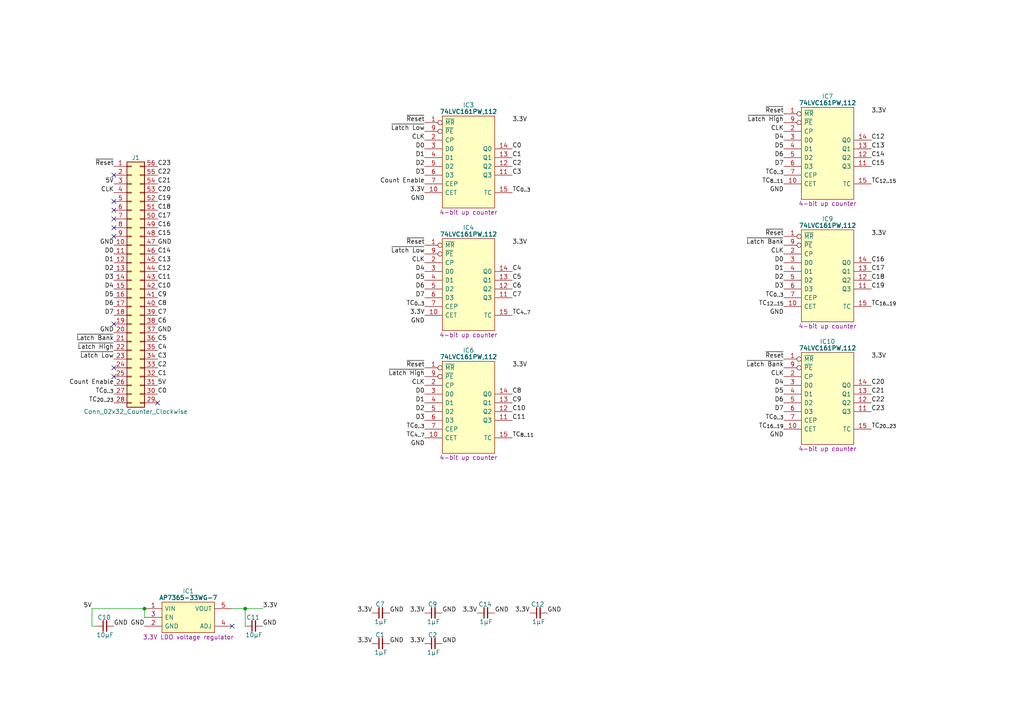
<source format=kicad_sch>
(kicad_sch (version 20230121) (generator eeschema)
  (paper "A4")
  (title_block (title "Video Address Counter") (date "2024-01-25") (rev "V0"))
  (lib_symbols
    (symbol "Connector_Generic:Conn_02x28_Counter_Clockwise" (pin_names (offset 1.016) hide)
      (property "Reference" "J" (at 1.27 35.56 0))
      (property "Value" "Conn_02x28_Counter_Clockwise" (at 1.27 -38.1 0))
      (symbol "Conn_02x28_Counter_Clockwise_1_1"
        (rectangle (start -1.27 -35.433) (end 0 -35.687) (stroke (width 0.1524)))
        (rectangle (start -1.27 -32.893) (end 0 -33.147) (stroke (width 0.1524)))
        (rectangle (start -1.27 -30.353) (end 0 -30.607) (stroke (width 0.1524)))
        (rectangle (start -1.27 -27.813) (end 0 -28.067) (stroke (width 0.1524)))
        (rectangle (start -1.27 -25.273) (end 0 -25.527) (stroke (width 0.1524)))
        (rectangle (start -1.27 -22.733) (end 0 -22.987) (stroke (width 0.1524)))
        (rectangle (start -1.27 -20.193) (end 0 -20.447) (stroke (width 0.1524)))
        (rectangle (start -1.27 -17.653) (end 0 -17.907) (stroke (width 0.1524)))
        (rectangle (start -1.27 -15.113) (end 0 -15.367) (stroke (width 0.1524)))
        (rectangle (start -1.27 -12.573) (end 0 -12.827) (stroke (width 0.1524)))
        (rectangle (start -1.27 -10.033) (end 0 -10.287) (stroke (width 0.1524)))
        (rectangle (start -1.27 -7.493) (end 0 -7.747) (stroke (width 0.1524)))
        (rectangle (start -1.27 -4.953) (end 0 -5.207) (stroke (width 0.1524)))
        (rectangle (start -1.27 -2.413) (end 0 -2.667) (stroke (width 0.1524)))
        (rectangle (start -1.27 0.127) (end 0 -0.127) (stroke (width 0.1524)))
        (rectangle (start -1.27 2.667) (end 0 2.413) (stroke (width 0.1524)))
        (rectangle (start -1.27 5.207) (end 0 4.953) (stroke (width 0.1524)))
        (rectangle (start -1.27 7.747) (end 0 7.493) (stroke (width 0.1524)))
        (rectangle (start -1.27 10.287) (end 0 10.033) (stroke (width 0.1524)))
        (rectangle (start -1.27 12.827) (end 0 12.573) (stroke (width 0.1524)))
        (rectangle (start -1.27 15.367) (end 0 15.113) (stroke (width 0.1524)))
        (rectangle (start -1.27 17.907) (end 0 17.653) (stroke (width 0.1524)))
        (rectangle (start -1.27 20.447) (end 0 20.193) (stroke (width 0.1524)))
        (rectangle (start -1.27 22.987) (end 0 22.733) (stroke (width 0.1524)))
        (rectangle (start -1.27 25.527) (end 0 25.273) (stroke (width 0.1524)))
        (rectangle (start -1.27 28.067) (end 0 27.813) (stroke (width 0.1524)))
        (rectangle (start -1.27 30.607) (end 0 30.353) (stroke (width 0.1524)))
        (rectangle (start -1.27 33.147) (end 0 32.893) (stroke (width 0.1524)))
        (rectangle (start -1.27 34.29) (end 3.81 -36.83) (stroke (width 0.254)) (fill (type background)))
        (rectangle (start 3.81 -35.433) (end 2.54 -35.687) (stroke (width 0.1524)))
        (rectangle (start 3.81 -32.893) (end 2.54 -33.147) (stroke (width 0.1524)))
        (rectangle (start 3.81 -30.353) (end 2.54 -30.607) (stroke (width 0.1524)))
        (rectangle (start 3.81 -27.813) (end 2.54 -28.067) (stroke (width 0.1524)))
        (rectangle (start 3.81 -25.273) (end 2.54 -25.527) (stroke (width 0.1524)))
        (rectangle (start 3.81 -22.733) (end 2.54 -22.987) (stroke (width 0.1524)))
        (rectangle (start 3.81 -20.193) (end 2.54 -20.447) (stroke (width 0.1524)))
        (rectangle (start 3.81 -17.653) (end 2.54 -17.907) (stroke (width 0.1524)))
        (rectangle (start 3.81 -15.113) (end 2.54 -15.367) (stroke (width 0.1524)))
        (rectangle (start 3.81 -12.573) (end 2.54 -12.827) (stroke (width 0.1524)))
        (rectangle (start 3.81 -10.033) (end 2.54 -10.287) (stroke (width 0.1524)))
        (rectangle (start 3.81 -7.493) (end 2.54 -7.747) (stroke (width 0.1524)))
        (rectangle (start 3.81 -4.953) (end 2.54 -5.207) (stroke (width 0.1524)))
        (rectangle (start 3.81 -2.413) (end 2.54 -2.667) (stroke (width 0.1524)))
        (rectangle (start 3.81 0.127) (end 2.54 -0.127) (stroke (width 0.1524)))
        (rectangle (start 3.81 2.667) (end 2.54 2.413) (stroke (width 0.1524)))
        (rectangle (start 3.81 5.207) (end 2.54 4.953) (stroke (width 0.1524)))
        (rectangle (start 3.81 7.747) (end 2.54 7.493) (stroke (width 0.1524)))
        (rectangle (start 3.81 10.287) (end 2.54 10.033) (stroke (width 0.1524)))
        (rectangle (start 3.81 12.827) (end 2.54 12.573) (stroke (width 0.1524)))
        (rectangle (start 3.81 15.367) (end 2.54 15.113) (stroke (width 0.1524)))
        (rectangle (start 3.81 17.907) (end 2.54 17.653) (stroke (width 0.1524)))
        (rectangle (start 3.81 20.447) (end 2.54 20.193) (stroke (width 0.1524)))
        (rectangle (start 3.81 22.987) (end 2.54 22.733) (stroke (width 0.1524)))
        (rectangle (start 3.81 25.527) (end 2.54 25.273) (stroke (width 0.1524)))
        (rectangle (start 3.81 28.067) (end 2.54 27.813) (stroke (width 0.1524)))
        (rectangle (start 3.81 30.607) (end 2.54 30.353) (stroke (width 0.1524)))
        (rectangle (start 3.81 33.147) (end 2.54 32.893) (stroke (width 0.1524)))
        (pin passive line (at -5.08 33.02 0) (length 3.81) (name "Pin_1") (number "1"))
        (pin passive line (at -5.08 10.16 0) (length 3.81) (name "Pin_10") (number "10"))
        (pin passive line (at -5.08 7.62 0) (length 3.81) (name "Pin_11") (number "11"))
        (pin passive line (at -5.08 5.08 0) (length 3.81) (name "Pin_12") (number "12"))
        (pin passive line (at -5.08 2.54 0) (length 3.81) (name "Pin_13") (number "13"))
        (pin passive line (at -5.08 0 0) (length 3.81) (name "Pin_14") (number "14"))
        (pin passive line (at -5.08 -2.54 0) (length 3.81) (name "Pin_15") (number "15"))
        (pin passive line (at -5.08 -5.08 0) (length 3.81) (name "Pin_16") (number "16"))
        (pin passive line (at -5.08 -7.62 0) (length 3.81) (name "Pin_17") (number "17"))
        (pin passive line (at -5.08 -10.16 0) (length 3.81) (name "Pin_18") (number "18"))
        (pin passive line (at -5.08 -12.7 0) (length 3.81) (name "Pin_19") (number "19"))
        (pin passive line (at -5.08 30.48 0) (length 3.81) (name "Pin_2") (number "2"))
        (pin passive line (at -5.08 -15.24 0) (length 3.81) (name "Pin_20") (number "20"))
        (pin passive line (at -5.08 -17.78 0) (length 3.81) (name "Pin_21") (number "21"))
        (pin passive line (at -5.08 -20.32 0) (length 3.81) (name "Pin_22") (number "22"))
        (pin passive line (at -5.08 -22.86 0) (length 3.81) (name "Pin_23") (number "23"))
        (pin passive line (at -5.08 -25.4 0) (length 3.81) (name "Pin_24") (number "24"))
        (pin passive line (at -5.08 -27.94 0) (length 3.81) (name "Pin_25") (number "25"))
        (pin passive line (at -5.08 -30.48 0) (length 3.81) (name "Pin_26") (number "26"))
        (pin passive line (at -5.08 -33.02 0) (length 3.81) (name "Pin_27") (number "27"))
        (pin passive line (at -5.08 -35.56 0) (length 3.81) (name "Pin_28") (number "28"))
        (pin passive line (at 7.62 -35.56 180) (length 3.81) (name "Pin_29") (number "29"))
        (pin passive line (at -5.08 27.94 0) (length 3.81) (name "Pin_3") (number "3"))
        (pin passive line (at 7.62 -33.02 180) (length 3.81) (name "Pin_30") (number "30"))
        (pin passive line (at 7.62 -30.48 180) (length 3.81) (name "Pin_31") (number "31"))
        (pin passive line (at 7.62 -27.94 180) (length 3.81) (name "Pin_32") (number "32"))
        (pin passive line (at 7.62 -25.4 180) (length 3.81) (name "Pin_33") (number "33"))
        (pin passive line (at 7.62 -22.86 180) (length 3.81) (name "Pin_34") (number "34"))
        (pin passive line (at 7.62 -20.32 180) (length 3.81) (name "Pin_35") (number "35"))
        (pin passive line (at 7.62 -17.78 180) (length 3.81) (name "Pin_36") (number "36"))
        (pin passive line (at 7.62 -15.24 180) (length 3.81) (name "Pin_37") (number "37"))
        (pin passive line (at 7.62 -12.7 180) (length 3.81) (name "Pin_38") (number "38"))
        (pin passive line (at 7.62 -10.16 180) (length 3.81) (name "Pin_39") (number "39"))
        (pin passive line (at -5.08 25.4 0) (length 3.81) (name "Pin_4") (number "4"))
        (pin passive line (at 7.62 -7.62 180) (length 3.81) (name "Pin_40") (number "40"))
        (pin passive line (at 7.62 -5.08 180) (length 3.81) (name "Pin_41") (number "41"))
        (pin passive line (at 7.62 -2.54 180) (length 3.81) (name "Pin_42") (number "42"))
        (pin passive line (at 7.62 0 180) (length 3.81) (name "Pin_43") (number "43"))
        (pin passive line (at 7.62 2.54 180) (length 3.81) (name "Pin_44") (number "44"))
        (pin passive line (at 7.62 5.08 180) (length 3.81) (name "Pin_45") (number "45"))
        (pin passive line (at 7.62 7.62 180) (length 3.81) (name "Pin_46") (number "46"))
        (pin passive line (at 7.62 10.16 180) (length 3.81) (name "Pin_47") (number "47"))
        (pin passive line (at 7.62 12.7 180) (length 3.81) (name "Pin_48") (number "48"))
        (pin passive line (at 7.62 15.24 180) (length 3.81) (name "Pin_49") (number "49"))
        (pin passive line (at -5.08 22.86 0) (length 3.81) (name "Pin_5") (number "5"))
        (pin passive line (at 7.62 17.78 180) (length 3.81) (name "Pin_50") (number "50"))
        (pin passive line (at 7.62 20.32 180) (length 3.81) (name "Pin_51") (number "51"))
        (pin passive line (at 7.62 22.86 180) (length 3.81) (name "Pin_52") (number "52"))
        (pin passive line (at 7.62 25.4 180) (length 3.81) (name "Pin_53") (number "53"))
        (pin passive line (at 7.62 27.94 180) (length 3.81) (name "Pin_54") (number "54"))
        (pin passive line (at 7.62 30.48 180) (length 3.81) (name "Pin_55") (number "55"))
        (pin passive line (at 7.62 33.02 180) (length 3.81) (name "Pin_56") (number "56"))
        (pin passive line (at -5.08 20.32 0) (length 3.81) (name "Pin_6") (number "6"))
        (pin passive line (at -5.08 17.78 0) (length 3.81) (name "Pin_7") (number "7"))
        (pin passive line (at -5.08 15.24 0) (length 3.81) (name "Pin_8") (number "8"))
        (pin passive line (at -5.08 12.7 0) (length 3.81) (name "Pin_9") (number "9"))
      )
    )
    (symbol "Diodes_Inc:AP7365-33WG-7" (pin_names (offset 0.762))
      (property "Reference" "IC" (at 12.7 5.08 0))
      (property "Value" "AP7365-33WG-7" (at 12.7 3.175 0))
      (property "Description" "3.3V LDO voltage regulator" (at 12.7 -8.255 0))
      (symbol "AP7365-33WG-7_0_0"
        (pin passive line (at 0 0 0) (length 5.08) (name "VIN") (number "1"))
        (pin passive line (at 0 -5.08 0) (length 5.08) (name "GND") (number "2"))
        (pin input line (at 0 -2.54 0) (length 5.08) (name "EN") (number "3"))
        (pin passive line (at 25.4 -5.08 180) (length 5.08) (name "ADJ") (number "4"))
        (pin passive line (at 25.4 0 180) (length 5.08) (name "VOUT") (number "5"))
      )
      (symbol "AP7365-33WG-7_0_1"
        (polyline (pts (xy 5.08 1.905) (xy 20.32 1.905) (xy 20.32 -6.985) (xy 5.08 -6.985) (xy 5.08 1.905)) (fill (type background)))
      )
    )
    (symbol "HCP65:C_0805" (pin_numbers hide) (pin_names (offset 0.254) hide)
      (property "Reference" "C" (at 2.286 2.54 0))
      (property "Value" "?μF" (at 2.54 -2.54 0))
      (symbol "C_0805_0_1"
        (polyline (pts (xy 1.9685 -1.4605) (xy 1.9685 1.5875)) (stroke (width 0.3048)))
        (polyline (pts (xy 2.9845 -1.4605) (xy 2.9845 1.5875)) (stroke (width 0.3302)))
      )
      (symbol "C_0805_1_1"
        (pin passive line (at 0 0 0) (length 2.032) (name "~") (number "1"))
        (pin passive line (at 5.08 0 180) (length 2.032) (name "~") (number "2"))
      )
    )
    (symbol "Nexperia:74LVC161PW,112" (pin_names (offset 0.762))
      (property "Reference" "IC" (at 12.7 5.08 0))
      (property "Value" "74LVC161PW,112" (at 12.7 3.175 0))
      (property "Description" "4-bit up counter" (at 12.7 -26.035 0))
      (symbol "74LVC161PW,112_0_0"
        (pin input inverted (at 0 0 0) (length 5.08) (name "~{MR}") (number "1"))
        (pin input line (at 0 -20.32 0) (length 5.08) (name "CET") (number "10"))
        (pin output line (at 25.4 -15.24 180) (length 5.08) (name "Q3") (number "11"))
        (pin output line (at 25.4 -12.7 180) (length 5.08) (name "Q2") (number "12"))
        (pin output line (at 25.4 -10.16 180) (length 5.08) (name "Q1") (number "13"))
        (pin output line (at 25.4 -7.62 180) (length 5.08) (name "Q0") (number "14"))
        (pin output line (at 25.4 -20.32 180) (length 5.08) (name "TC") (number "15"))
        (pin passive line (at 25.4 0 180) (length 5.08) hide (name "3V") (number "16"))
        (pin input line (at 0 -5.08 0) (length 5.08) (name "CP") (number "2"))
        (pin input line (at 0 -7.62 0) (length 5.08) (name "D0") (number "3"))
        (pin input line (at 0 -10.16 0) (length 5.08) (name "D1") (number "4"))
        (pin input line (at 0 -12.7 0) (length 5.08) (name "D2") (number "5"))
        (pin input line (at 0 -15.24 0) (length 5.08) (name "D3") (number "6"))
        (pin input line (at 0 -17.78 0) (length 5.08) (name "CEP") (number "7"))
        (pin passive line (at 0 -22.86 0) (length 5.08) hide (name "GND") (number "8"))
        (pin input inverted (at 0 -2.54 0) (length 5.08) (name "~{PE}") (number "9"))
      )
      (symbol "74LVC161PW,112_0_1"
        (polyline (pts (xy 5.08 1.905) (xy 20.32 1.905) (xy 20.32 -24.765) (xy 5.08 -24.765) (xy 5.08 1.905)) (stroke (width 0.1524)) (fill (type background)))
      )
    )
  )
  (junction (at 41.91 176.53))
  (junction (at 71.12 176.53))
  (no_connect (at 33.02 63.5))
  (no_connect (at 33.02 58.42))
  (no_connect (at 33.02 93.98))
  (no_connect (at 67.31 181.61))
  (no_connect (at 45.72 116.84))
  (no_connect (at 33.02 106.68))
  (no_connect (at 33.02 68.58))
  (no_connect (at 33.02 66.04))
  (no_connect (at 33.02 60.96))
  (no_connect (at 33.02 109.22))
  (no_connect (at 33.02 50.8))
  (wire (pts (xy 71.12 181.61) (xy 71.12 176.53)))
  (wire (pts (xy 26.67 176.53) (xy 41.91 176.53)))
  (wire (pts (xy 41.91 176.53) (xy 41.91 179.07)))
  (wire (pts (xy 67.31 176.53) (xy 71.12 176.53)))
  (wire (pts (xy 26.67 176.53) (xy 26.67 181.61)))
  (wire (pts (xy 26.67 181.61) (xy 27.94 181.61)))
  (wire (pts (xy 71.12 176.53) (xy 76.2 176.53)))
  (label "C6" (at 148.59 83.82 0))
  (label "D0" (at 123.19 114.3 180))
  (label "C22" (at 45.72 50.8 0))
  (label "C17" (at 252.73 78.74 0))
  (label "TC_{8..11}" (at 148.59 127 0))
  (label "GND" (at 227.33 91.44 180))
  (label "TC_{8..11}" (at 227.33 53.34 180))
  (label "D4" (at 33.02 83.82 180))
  (label "C13" (at 252.73 43.18 0))
  (label "3.3V" (at 123.19 186.69 180))
  (label "TC_{0..3}" (at 227.33 50.8 180))
  (label "D5" (at 227.33 43.18 180))
  (label "C1" (at 148.59 45.72 0))
  (label "GND" (at 143.51 177.8 0))
  (label "TC_{0..3}" (at 33.02 114.3 180))
  (label "C3" (at 45.72 104.14 0))
  (label "D4" (at 227.33 40.64 180))
  (label "~{Reset}" (at 227.33 104.14 180))
  (label "C11" (at 148.59 121.92 0))
  (label "D2" (at 123.19 48.26 180))
  (label "GND" (at 76.2 181.61 0))
  (label "GND" (at 227.33 55.88 180))
  (label "TC_{0..3}" (at 148.59 55.88 0))
  (label "3.3V" (at 252.73 68.58 0))
  (label "CLK" (at 123.19 40.64 180))
  (label "D3" (at 123.19 50.8 180))
  (label "C12" (at 45.72 78.74 0))
  (label "D5" (at 33.02 86.36 180))
  (label "D2" (at 123.19 119.38 180))
  (label "C21" (at 252.73 114.3 0))
  (label "GND" (at 158.75 177.8 0))
  (label "~{Reset}" (at 123.19 71.12 180))
  (label "D3" (at 227.33 83.82 180))
  (label "C0" (at 45.72 114.3 0))
  (label "C1" (at 45.72 109.22 0))
  (label "~{Reset}" (at 33.02 48.26 180))
  (label "3.3V" (at 123.19 177.8 180))
  (label "GND" (at 113.03 177.8 0))
  (label "D1" (at 123.19 45.72 180))
  (label "GND" (at 33.02 181.61 0))
  (label "5V" (at 26.67 176.53 180))
  (label "D7" (at 123.19 86.36 180))
  (label "GND" (at 123.19 129.54 180))
  (label "D0" (at 227.33 76.2 180))
  (label "D6" (at 227.33 45.72 180))
  (label "Count Enable" (at 123.19 53.34 180))
  (label "TC_{16..19}" (at 227.33 124.46 180))
  (label "TC_{12..15}" (at 227.33 88.9 180))
  (label "TC_{0..3}" (at 227.33 86.36 180))
  (label "CLK" (at 227.33 73.66 180))
  (label "~{Latch High}" (at 33.02 101.6 180))
  (label "TC_{4..7}" (at 123.19 127 180))
  (label "GND" (at 123.19 58.42 180))
  (label "~{Latch High}" (at 123.19 109.22 180))
  (label "D6" (at 33.02 88.9 180))
  (label "TC_{16..19}" (at 252.73 88.9 0))
  (label "D3" (at 33.02 81.28 180))
  (label "C10" (at 148.59 119.38 0))
  (label "C2" (at 45.72 106.68 0))
  (label "3.3V" (at 252.73 33.02 0))
  (label "GND" (at 41.91 181.61 180))
  (label "D4" (at 123.19 78.74 180))
  (label "C20" (at 45.72 55.88 0))
  (label "3.3V" (at 252.73 104.14 0))
  (label "3.3V" (at 107.95 177.8 180))
  (label "~{Latch Low}" (at 123.19 38.1 180))
  (label "3.3V" (at 138.43 177.8 180))
  (label "C21" (at 45.72 53.34 0))
  (label "C5" (at 45.72 99.06 0))
  (label "D1" (at 123.19 116.84 180))
  (label "C19" (at 45.72 58.42 0))
  (label "C13" (at 45.72 76.2 0))
  (label "~{Latch Bank}" (at 33.02 99.06 180))
  (label "5V" (at 33.02 53.34 180))
  (label "C15" (at 252.73 48.26 0))
  (label "C15" (at 45.72 68.58 0))
  (label "~{Reset}" (at 227.33 33.02 180))
  (label "Count Enable" (at 33.02 111.76 180))
  (label "GND" (at 113.03 186.69 0))
  (label "C4" (at 45.72 101.6 0))
  (label "3.3V" (at 123.19 91.44 180))
  (label "C16" (at 252.73 76.2 0))
  (label "C4" (at 148.59 78.74 0))
  (label "C22" (at 252.73 116.84 0))
  (label "TC_{0..3}" (at 227.33 121.92 180))
  (label "TC_{20..23}" (at 252.73 124.46 0))
  (label "GND" (at 45.72 71.12 0))
  (label "C18" (at 252.73 81.28 0))
  (label "CLK" (at 227.33 38.1 180))
  (label "C18" (at 45.72 60.96 0))
  (label "C14" (at 252.73 45.72 0))
  (label "GND" (at 123.19 93.98 180))
  (label "C9" (at 148.59 116.84 0))
  (label "~{Latch Bank}" (at 227.33 106.68 180))
  (label "D7" (at 33.02 91.44 180))
  (label "D5" (at 227.33 114.3 180))
  (label "~{Reset}" (at 123.19 106.68 180))
  (label "D7" (at 227.33 119.38 180))
  (label "~{Latch Low}" (at 123.19 73.66 180))
  (label "C10" (at 45.72 83.82 0))
  (label "CLK" (at 227.33 109.22 180))
  (label "C6" (at 45.72 93.98 0))
  (label "D3" (at 123.19 121.92 180))
  (label "CLK" (at 33.02 55.88 180))
  (label "C23" (at 45.72 48.26 0))
  (label "TC_{20..23}" (at 33.02 116.84 180))
  (label "3.3V" (at 148.59 106.68 0))
  (label "C19" (at 252.73 83.82 0))
  (label "3.3V" (at 148.59 35.56 0))
  (label "D7" (at 227.33 48.26 180))
  (label "C23" (at 252.73 119.38 0))
  (label "GND" (at 33.02 96.52 180))
  (label "~{Latch Bank}" (at 227.33 71.12 180))
  (label "D0" (at 123.19 43.18 180))
  (label "D1" (at 33.02 76.2 180))
  (label "C5" (at 148.59 81.28 0))
  (label "3.3V" (at 76.2 176.53 0))
  (label "GND" (at 33.02 71.12 180))
  (label "D1" (at 227.33 78.74 180))
  (label "C3" (at 148.59 50.8 0))
  (label "~{Reset}" (at 123.19 35.56 180))
  (label "D6" (at 123.19 83.82 180))
  (label "5V" (at 45.72 111.76 0))
  (label "C7" (at 45.72 91.44 0))
  (label "CLK" (at 123.19 76.2 180))
  (label "C2" (at 148.59 48.26 0))
  (label "CLK" (at 123.19 111.76 180))
  (label "D2" (at 33.02 78.74 180))
  (label "C8" (at 45.72 88.9 0))
  (label "C11" (at 45.72 81.28 0))
  (label "TC_{0..3}" (at 123.19 88.9 180))
  (label "C16" (at 45.72 66.04 0))
  (label "~{Latch High}" (at 227.33 35.56 180))
  (label "GND" (at 128.27 186.69 0))
  (label "TC_{0..3}" (at 123.19 124.46 180))
  (label "3.3V" (at 107.95 186.69 180))
  (label "TC_{12..15}" (at 252.73 53.34 0))
  (label "C0" (at 148.59 43.18 0))
  (label "3.3V" (at 123.19 55.88 180))
  (label "C8" (at 148.59 114.3 0))
  (label "3.3V" (at 153.67 177.8 180))
  (label "C9" (at 45.72 86.36 0))
  (label "C12" (at 252.73 40.64 0))
  (label "C17" (at 45.72 63.5 0))
  (label "GND" (at 128.27 177.8 0))
  (label "D0" (at 33.02 73.66 180))
  (label "GND" (at 45.72 96.52 0))
  (label "D2" (at 227.33 81.28 180))
  (label "~{Latch Low}" (at 33.02 104.14 180))
  (label "C14" (at 45.72 73.66 0))
  (label "~{Reset}" (at 227.33 68.58 180))
  (label "GND" (at 227.33 127 180))
  (label "D5" (at 123.19 81.28 180))
  (label "3.3V" (at 148.59 71.12 0))
  (label "D6" (at 227.33 116.84 180))
  (label "D4" (at 227.33 111.76 180))
  (label "C7" (at 148.59 86.36 0))
  (label "TC_{4..7}" (at 148.59 91.44 0))
  (label "C20" (at 252.73 111.76 0))
  (symbol (lib_id "HCP65:C_0805") (at 107.95 186.69 0) (unit 1)
    (property "Reference" "C1" (at 110.236 184.15 0))
    (property "Value" "1μF" (at 110.49 189.23 0))
    (property "Footprint" "SamacSys_Parts:C_0805" (effects hide))
  )
  (symbol (lib_id "HCP65:C_0805") (at 138.43 177.8 0) (unit 1)
    (property "Reference" "C14" (at 140.716 175.26 0))
    (property "Value" "1μF" (at 140.97 180.34 0))
    (property "Footprint" "SamacSys_Parts:C_0805" (effects hide))
  )
  (symbol (lib_id "Nexperia:74LVC161PW,112") (at 123.19 71.12 0) (unit 1)
    (property "Reference" "IC4" (at 135.89 66.04 0))
    (property "Value" "74LVC161PW,112" (at 135.89 67.945 0) (effects (font bold)))
    (property "Footprint" "SOP65P640X110-16N" (effects hide))
    (property "Datasheet" "https://assets.nexperia.com/documents/data-sheet/74LVC161.pdf" (effects hide))
    (property "Description" "4-bit up counter" (at 135.89 97.155 0))
    (property "Height" "1.1" (effects hide))
    (property "Mouser Part Number" "771-LVC161PW112" (effects hide))
    (property "Mouser Price/Stock" "https://www.mouser.co.uk/ProductDetail/Nexperia/74LVC161PW112?qs=me8TqzrmIYXBQ64YL7POQw%3D%3D" (effects hide))
    (property "Manufacturer_Name" "Nexperia" (effects hide))
    (property "Manufacturer_Part_Number" "74LVC161PW,112" (effects hide))
    (property "Silkscreen" "74LVC161" (effects hide))
  )
  (symbol (lib_id "Nexperia:74LVC161PW,112") (at 123.19 35.56 0) (unit 1)
    (property "Reference" "IC3" (at 135.89 30.48 0))
    (property "Value" "74LVC161PW,112" (at 135.89 32.385 0) (effects (font bold)))
    (property "Footprint" "SOP65P640X110-16N" (effects hide))
    (property "Datasheet" "https://assets.nexperia.com/documents/data-sheet/74LVC161.pdf" (effects hide))
    (property "Description" "4-bit up counter" (at 135.89 61.595 0))
    (property "Height" "1.1" (effects hide))
    (property "Mouser Part Number" "771-LVC161PW112" (effects hide))
    (property "Mouser Price/Stock" "https://www.mouser.co.uk/ProductDetail/Nexperia/74LVC161PW112?qs=me8TqzrmIYXBQ64YL7POQw%3D%3D" (effects hide))
    (property "Manufacturer_Name" "Nexperia" (effects hide))
    (property "Manufacturer_Part_Number" "74LVC161PW,112" (effects hide))
    (property "Silkscreen" "74LVC161" (effects hide))
  )
  (symbol (lib_id "Nexperia:74LVC161PW,112") (at 227.33 104.14 0) (unit 1)
    (property "Reference" "IC10" (at 240.03 99.06 0))
    (property "Value" "74LVC161PW,112" (at 240.03 100.965 0) (effects (font bold)))
    (property "Footprint" "SOP65P640X110-16N" (effects hide))
    (property "Datasheet" "https://assets.nexperia.com/documents/data-sheet/74LVC161.pdf" (effects hide))
    (property "Description" "4-bit up counter" (at 240.03 130.175 0))
    (property "Height" "1.1" (effects hide))
    (property "Mouser Part Number" "771-LVC161PW112" (effects hide))
    (property "Mouser Price/Stock" "https://www.mouser.co.uk/ProductDetail/Nexperia/74LVC161PW112?qs=me8TqzrmIYXBQ64YL7POQw%3D%3D" (effects hide))
    (property "Manufacturer_Name" "Nexperia" (effects hide))
    (property "Manufacturer_Part_Number" "74LVC161PW,112" (effects hide))
    (property "Silkscreen" "74LVC161" (effects hide))
  )
  (symbol (lib_id "HCP65:C_0805") (at 153.67 177.8 0) (unit 1)
    (property "Reference" "C12" (at 155.956 175.26 0))
    (property "Value" "1μF" (at 156.21 180.34 0))
    (property "Footprint" "SamacSys_Parts:C_0805" (effects hide))
  )
  (symbol (lib_id "HCP65:C_0805") (at 27.94 181.61 0) (unit 1)
    (property "Reference" "C10" (at 30.226 179.07 0))
    (property "Value" "10µF" (at 27.94 184.15 0) (effects (justify left)))
    (property "Footprint" "SamacSys_Parts:C_0805" (effects hide))
  )
  (symbol (lib_id "HCP65:C_0805") (at 107.95 177.8 0) (unit 1)
    (property "Reference" "C7" (at 110.236 175.26 0))
    (property "Value" "1μF" (at 110.49 180.34 0))
    (property "Footprint" "SamacSys_Parts:C_0805" (effects hide))
  )
  (symbol (lib_id "Diodes_Inc:AP7365-33WG-7") (at 41.91 176.53 0) (unit 1)
    (property "Reference" "IC1" (at 54.61 171.45 0))
    (property "Value" "AP7365-33WG-7" (at 54.61 173.355 0) (effects (font bold)))
    (property "Footprint" "SOT95P285X130-5N" (effects hide))
    (property "Datasheet" "https://componentsearchengine.com/Datasheets/1/AP7365-33WG-7.pdf" (effects hide))
    (property "Description" "3.3V LDO voltage regulator" (at 54.61 184.785 0))
    (property "Height" "1.3" (effects hide))
    (property "Manufacturer_Name" "Diodes Inc." (effects hide))
    (property "Manufacturer_Part_Number" "AP7365-33WG-7" (effects hide))
    (property "Mouser Part Number" "621-AP7365-33WG-7" (effects hide))
    (property "Mouser Price/Stock" "https://www.mouser.co.uk/ProductDetail/Diodes-Incorporated/AP7365-33WG-7?qs=abZ1nkZpTuOZFvxvoFPL0w%3D%3D" (effects hide))
    (property "Arrow Part Number" "AP7365-33WG-7" (effects hide))
    (property "Arrow Price/Stock" "https://www.arrow.com/en/products/ap7365-33wg-7/diodes-incorporated?region=nac" (effects hide))
    (property "Silkscreen" "AP7365" (effects hide))
  )
  (symbol (lib_id "Nexperia:74LVC161PW,112") (at 227.33 33.02 0) (unit 1)
    (property "Reference" "IC7" (at 240.03 27.94 0))
    (property "Value" "74LVC161PW,112" (at 240.03 29.845 0) (effects (font bold)))
    (property "Footprint" "SOP65P640X110-16N" (effects hide))
    (property "Datasheet" "https://assets.nexperia.com/documents/data-sheet/74LVC161.pdf" (effects hide))
    (property "Description" "4-bit up counter" (at 240.03 59.055 0))
    (property "Height" "1.1" (effects hide))
    (property "Mouser Part Number" "771-LVC161PW112" (effects hide))
    (property "Mouser Price/Stock" "https://www.mouser.co.uk/ProductDetail/Nexperia/74LVC161PW112?qs=me8TqzrmIYXBQ64YL7POQw%3D%3D" (effects hide))
    (property "Manufacturer_Name" "Nexperia" (effects hide))
    (property "Manufacturer_Part_Number" "74LVC161PW,112" (effects hide))
    (property "Silkscreen" "74LVC161" (effects hide))
  )
  (symbol (lib_id "HCP65:C_0805") (at 71.12 181.61 0) (unit 1)
    (property "Reference" "C11" (at 73.406 179.07 0))
    (property "Value" "10µF" (at 71.12 184.15 0) (effects (justify left)))
    (property "Footprint" "SamacSys_Parts:C_0805" (effects hide))
  )
  (symbol (lib_id "Connector_Generic:Conn_02x28_Counter_Clockwise") (at 38.1 81.28 0) (unit 1)
    (property "Reference" "J1" (at 39.37 45.72 0))
    (property "Value" "Conn_02x32_Counter_Clockwise" (at 39.37 119.38 0))
    (property "Footprint" "SamacSys_Parts:DIP-56_Board_W15.24mm" (effects hide))
  )
  (symbol (lib_id "Nexperia:74LVC161PW,112") (at 123.19 106.68 0) (unit 1)
    (property "Reference" "IC6" (at 135.89 101.6 0))
    (property "Value" "74LVC161PW,112" (at 135.89 103.505 0) (effects (font bold)))
    (property "Footprint" "SOP65P640X110-16N" (effects hide))
    (property "Datasheet" "https://assets.nexperia.com/documents/data-sheet/74LVC161.pdf" (effects hide))
    (property "Description" "4-bit up counter" (at 135.89 132.715 0))
    (property "Height" "1.1" (effects hide))
    (property "Mouser Part Number" "771-LVC161PW112" (effects hide))
    (property "Mouser Price/Stock" "https://www.mouser.co.uk/ProductDetail/Nexperia/74LVC161PW112?qs=me8TqzrmIYXBQ64YL7POQw%3D%3D" (effects hide))
    (property "Manufacturer_Name" "Nexperia" (effects hide))
    (property "Manufacturer_Part_Number" "74LVC161PW,112" (effects hide))
    (property "Silkscreen" "74LVC161" (effects hide))
  )
  (symbol (lib_id "HCP65:C_0805") (at 123.19 177.8 0) (unit 1)
    (property "Reference" "C9" (at 125.476 175.26 0))
    (property "Value" "1μF" (at 125.73 180.34 0))
    (property "Footprint" "SamacSys_Parts:C_0805" (effects hide))
  )
  (symbol (lib_id "HCP65:C_0805") (at 123.19 186.69 0) (unit 1)
    (property "Reference" "C2" (at 125.476 184.15 0))
    (property "Value" "1μF" (at 125.73 189.23 0))
    (property "Footprint" "SamacSys_Parts:C_0805" (effects hide))
  )
  (symbol (lib_id "Nexperia:74LVC161PW,112") (at 227.33 68.58 0) (unit 1)
    (property "Reference" "IC9" (at 240.03 63.5 0))
    (property "Value" "74LVC161PW,112" (at 240.03 65.405 0) (effects (font bold)))
    (property "Footprint" "SOP65P640X110-16N" (effects hide))
    (property "Datasheet" "https://assets.nexperia.com/documents/data-sheet/74LVC161.pdf" (effects hide))
    (property "Description" "4-bit up counter" (at 240.03 94.615 0))
    (property "Height" "1.1" (effects hide))
    (property "Mouser Part Number" "771-LVC161PW112" (effects hide))
    (property "Mouser Price/Stock" "https://www.mouser.co.uk/ProductDetail/Nexperia/74LVC161PW112?qs=me8TqzrmIYXBQ64YL7POQw%3D%3D" (effects hide))
    (property "Manufacturer_Name" "Nexperia" (effects hide))
    (property "Manufacturer_Part_Number" "74LVC161PW,112" (effects hide))
    (property "Silkscreen" "74LVC161" (effects hide))
  )
)
</source>
